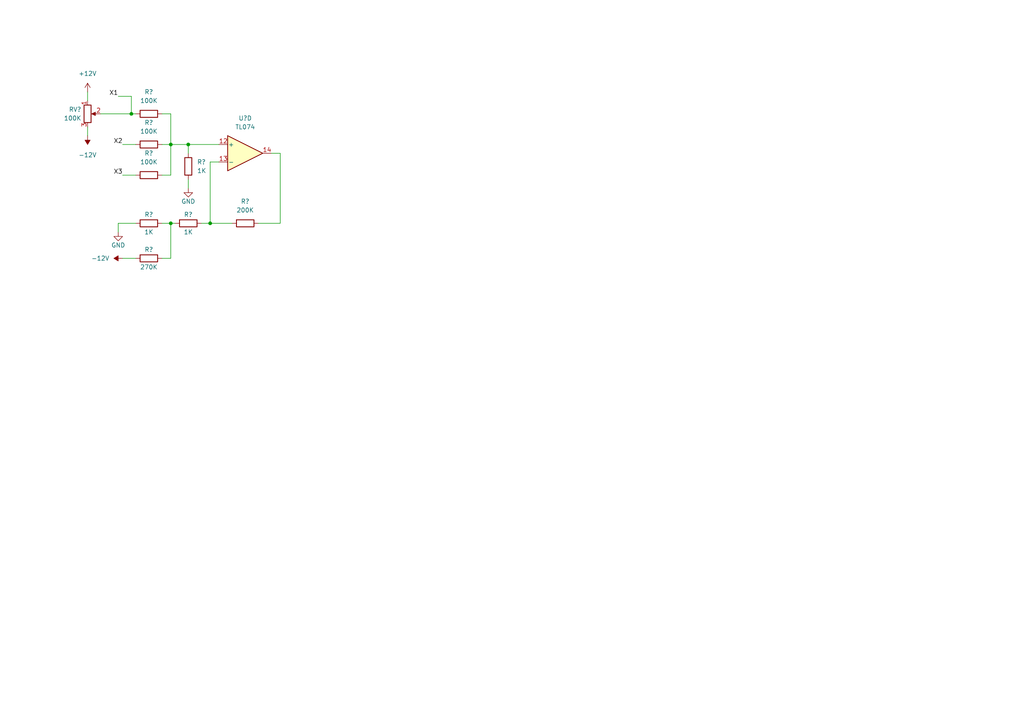
<source format=kicad_sch>
(kicad_sch (version 20211123) (generator eeschema)
  (paper "A4")
  (lib_symbols
    (symbol "Amplifier_Operational:TL074" (pin_names (offset 0.127))
      (property "Reference" "U" (at 0 5.08 0))
      (property "Value" "TL074" (at 0 -5.08 0))
      (symbol "TL074_1_1"
        (polyline (pts (xy -5.08 5.08) (xy 5.08 0) (xy -5.08 -5.08) (xy -5.08 5.08)) (stroke (width 0.254)) (fill (type background)))
        (pin output line (at 7.62 0 180) (length 2.54) (name "~") (number "1"))
        (pin input line (at -7.62 -2.54 0) (length 2.54) (name "-") (number "2"))
        (pin input line (at -7.62 2.54 0) (length 2.54) (name "+") (number "3"))
      )
      (symbol "TL074_2_1"
        (polyline (pts (xy -5.08 5.08) (xy 5.08 0) (xy -5.08 -5.08) (xy -5.08 5.08)) (stroke (width 0.254)) (fill (type background)))
        (pin input line (at -7.62 2.54 0) (length 2.54) (name "+") (number "5"))
        (pin input line (at -7.62 -2.54 0) (length 2.54) (name "-") (number "6"))
        (pin output line (at 7.62 0 180) (length 2.54) (name "~") (number "7"))
      )
      (symbol "TL074_3_1"
        (polyline (pts (xy -5.08 5.08) (xy 5.08 0) (xy -5.08 -5.08) (xy -5.08 5.08)) (stroke (width 0.254)) (fill (type background)))
        (pin input line (at -7.62 2.54 0) (length 2.54) (name "+") (number "10"))
        (pin output line (at 7.62 0 180) (length 2.54) (name "~") (number "8"))
        (pin input line (at -7.62 -2.54 0) (length 2.54) (name "-") (number "9"))
      )
      (symbol "TL074_4_1"
        (polyline (pts (xy -5.08 5.08) (xy 5.08 0) (xy -5.08 -5.08) (xy -5.08 5.08)) (stroke (width 0.254)) (fill (type background)))
        (pin input line (at -7.62 2.54 0) (length 2.54) (name "+") (number "12"))
        (pin input line (at -7.62 -2.54 0) (length 2.54) (name "-") (number "13"))
        (pin output line (at 7.62 0 180) (length 2.54) (name "~") (number "14"))
      )
      (symbol "TL074_5_1"
        (pin power_in line (at -2.54 -7.62 90) (length 3.81) (name "V-") (number "11"))
        (pin power_in line (at -2.54 7.62 270) (length 3.81) (name "V+") (number "4"))
      )
    )
    (symbol "Device:R" (pin_numbers hide) (pin_names (offset 0))
      (property "Reference" "R" (at 2.032 0 90))
      (property "Value" "R" (at 0 0 90))
      (symbol "R_0_1"
        (rectangle (start -1.016 -2.54) (end 1.016 2.54) (stroke (width 0.254)))
      )
      (symbol "R_1_1"
        (pin passive line (at 0 3.81 270) (length 1.27) (name "~") (number "1"))
        (pin passive line (at 0 -3.81 90) (length 1.27) (name "~") (number "2"))
      )
    )
    (symbol "Device:R_Potentiometer" (pin_names (offset 1.016) hide)
      (property "Reference" "RV" (at -4.445 0 90))
      (property "Value" "R_Potentiometer" (at -2.54 0 90))
      (symbol "R_Potentiometer_0_1"
        (polyline (pts (xy 2.54 0) (xy 1.524 0)))
        (polyline (pts (xy 1.143 0) (xy 2.286 0.508) (xy 2.286 -0.508) (xy 1.143 0)) (fill (type outline)))
        (rectangle (start 1.016 2.54) (end -1.016 -2.54) (stroke (width 0.254)))
      )
      (symbol "R_Potentiometer_1_1"
        (pin passive line (at 0 3.81 270) (length 1.27) (name "1") (number "1"))
        (pin passive line (at 3.81 0 180) (length 1.27) (name "2") (number "2"))
        (pin passive line (at 0 -3.81 90) (length 1.27) (name "3") (number "3"))
      )
    )
    (symbol "power:+12V" (power) (pin_names (offset 0))
      (property "Value" "+12V" (at 0 3.556 0))
      (symbol "+12V_0_1"
        (polyline (pts (xy -0.762 1.27) (xy 0 2.54)))
        (polyline (pts (xy 0 0) (xy 0 2.54)))
        (polyline (pts (xy 0 2.54) (xy 0.762 1.27)))
      )
      (symbol "+12V_1_1"
        (pin power_in line (at 0 0 90) (length 0) hide (name "+12V") (number "1"))
      )
    )
    (symbol "power:-12V" (power) (pin_names (offset 0))
      (property "Value" "-12V" (at 0 3.81 0))
      (symbol "-12V_0_0"
        (pin power_in line (at 0 0 90) (length 0) hide (name "-12V") (number "1"))
      )
      (symbol "-12V_0_1"
        (polyline (pts (xy 0 0) (xy 0 1.27) (xy 0.762 1.27) (xy 0 2.54) (xy -0.762 1.27) (xy 0 1.27)) (fill (type outline)))
      )
    )
    (symbol "power:GND" (power) (pin_names (offset 0))
      (property "Value" "GND" (at 0 -3.81 0))
      (symbol "GND_0_1"
        (polyline (pts (xy 0 0) (xy 0 -1.27) (xy 1.27 -1.27) (xy 0 -2.54) (xy -1.27 -1.27) (xy 0 -1.27)))
      )
      (symbol "GND_1_1"
        (pin power_in line (at 0 0 270) (length 0) hide (name "GND") (number "1"))
      )
    )
  )
  (junction (at 49.53 64.77))
  (junction (at 49.53 41.91))
  (junction (at 38.1 33.02))
  (junction (at 60.96 64.77))
  (junction (at 54.61 41.91))
  (wire (pts (xy 34.29 64.77) (xy 34.29 67.31)))
  (wire (pts (xy 25.4 26.67) (xy 25.4 29.21)))
  (wire (pts (xy 58.42 64.77) (xy 60.96 64.77)))
  (wire (pts (xy 49.53 64.77) (xy 50.8 64.77)))
  (wire (pts (xy 67.31 64.77) (xy 60.96 64.77)))
  (wire (pts (xy 81.28 64.77) (xy 74.93 64.77)))
  (wire (pts (xy 54.61 52.07) (xy 54.61 54.61)))
  (wire (pts (xy 49.53 41.91) (xy 49.53 50.8)))
  (wire (pts (xy 81.28 44.45) (xy 81.28 64.77)))
  (wire (pts (xy 60.96 64.77) (xy 60.96 46.99)))
  (wire (pts (xy 54.61 41.91) (xy 54.61 44.45)))
  (wire (pts (xy 35.56 41.91) (xy 39.37 41.91)))
  (wire (pts (xy 29.21 33.02) (xy 38.1 33.02)))
  (wire (pts (xy 46.99 64.77) (xy 49.53 64.77)))
  (wire (pts (xy 35.56 74.93) (xy 39.37 74.93)))
  (wire (pts (xy 34.29 27.94) (xy 38.1 27.94)))
  (wire (pts (xy 54.61 41.91) (xy 63.5 41.91)))
  (wire (pts (xy 49.53 74.93) (xy 46.99 74.93)))
  (wire (pts (xy 49.53 64.77) (xy 49.53 74.93)))
  (wire (pts (xy 46.99 33.02) (xy 49.53 33.02)))
  (wire (pts (xy 25.4 36.83) (xy 25.4 39.37)))
  (wire (pts (xy 38.1 27.94) (xy 38.1 33.02)))
  (wire (pts (xy 60.96 46.99) (xy 63.5 46.99)))
  (wire (pts (xy 49.53 41.91) (xy 54.61 41.91)))
  (wire (pts (xy 78.74 44.45) (xy 81.28 44.45)))
  (wire (pts (xy 39.37 64.77) (xy 34.29 64.77)))
  (wire (pts (xy 46.99 41.91) (xy 49.53 41.91)))
  (wire (pts (xy 35.56 50.8) (xy 39.37 50.8)))
  (wire (pts (xy 49.53 33.02) (xy 49.53 41.91)))
  (wire (pts (xy 49.53 50.8) (xy 46.99 50.8)))
  (wire (pts (xy 38.1 33.02) (xy 39.37 33.02)))
  (label "X3" (at 35.56 50.8 180))
  (label "X2" (at 35.56 41.91 180))
  (label "X1" (at 34.29 27.94 180))
  (symbol (lib_id "Device:R") (at 43.18 50.8 90) (unit 1)
    (property "Reference" "R?" (at 43.18 44.45 90))
    (property "Value" "100K" (at 43.18 46.99 90))
  )
  (symbol (lib_id "power:-12V") (at 25.4 39.37 180) (unit 1)
    (property "Reference" "#PWR?" (effects hide))
    (property "Value" "-12V" (at 25.4 44.958 0))
  )
  (symbol (lib_id "Amplifier_Operational:TL074") (at 71.12 44.45 0) (unit 4)
    (property "Reference" "U?" (at 71.12 34.29 0))
    (property "Value" "TL074" (at 71.12 36.83 0))
    (property "Datasheet" "http://www.ti.com/lit/ds/symlink/tl071.pdf" (effects hide))
  )
  (symbol (lib_id "Device:R") (at 43.18 64.77 90) (unit 1)
    (property "Reference" "R?" (at 43.18 62.23 90))
    (property "Value" "1K" (at 43.18 67.31 90))
  )
  (symbol (lib_id "Device:R_Potentiometer") (at 25.4 33.02 0) (unit 1)
    (property "Reference" "RV?" (at 23.622 31.7499 0) (effects (justify right)))
    (property "Value" "100K" (at 23.622 34.2899 0) (effects (justify right)))
  )
  (symbol (lib_id "power:+12V") (at 25.4 26.67 0) (unit 1)
    (property "Reference" "#PWR?" (effects hide))
    (property "Value" "+12V" (at 25.4 21.336 0))
  )
  (symbol (lib_id "Device:R") (at 43.18 74.93 90) (unit 1)
    (property "Reference" "R?" (at 43.18 72.39 90))
    (property "Value" "270K" (at 43.18 77.47 90))
  )
  (symbol (lib_id "Device:R") (at 54.61 48.26 0) (unit 1)
    (property "Reference" "R?" (at 57.15 46.9899 0) (effects (justify left)))
    (property "Value" "1K" (at 57.15 49.5299 0) (effects (justify left)))
  )
  (symbol (lib_id "power:GND") (at 54.61 54.61 0) (unit 1)
    (property "Reference" "#PWR?" (effects hide))
    (property "Value" "GND" (at 54.61 58.42 0))
  )
  (symbol (lib_id "Device:R") (at 43.18 33.02 90) (unit 1)
    (property "Reference" "R?" (at 43.18 26.67 90))
    (property "Value" "100K" (at 43.18 29.21 90))
  )
  (symbol (lib_id "Device:R") (at 54.61 64.77 90) (unit 1)
    (property "Reference" "R?" (at 54.61 62.23 90))
    (property "Value" "1K" (at 54.61 67.31 90))
  )
  (symbol (lib_id "Device:R") (at 43.18 41.91 90) (unit 1)
    (property "Reference" "R?" (at 43.18 35.56 90))
    (property "Value" "100K" (at 43.18 38.1 90))
  )
  (symbol (lib_id "power:-12V") (at 35.56 74.93 90) (unit 1)
    (property "Reference" "#PWR?" (effects hide))
    (property "Value" "-12V" (at 31.75 74.9299 90) (effects (justify left)))
  )
  (symbol (lib_id "power:GND") (at 34.29 67.31 0) (unit 1)
    (property "Reference" "#PWR?" (effects hide))
    (property "Value" "GND" (at 34.29 71.12 0))
  )
  (symbol (lib_id "Device:R") (at 71.12 64.77 90) (unit 1)
    (property "Reference" "R?" (at 71.12 58.42 90))
    (property "Value" "200K" (at 71.12 60.96 90))
  )
)
</source>
